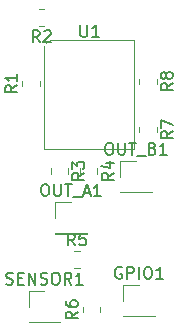
<source format=gbr>
%TF.GenerationSoftware,KiCad,Pcbnew,8.0.1*%
%TF.CreationDate,2024-04-11T09:01:25+02:00*%
%TF.ProjectId,ConditionneurV2,436f6e64-6974-4696-9f6e-6e6575725632,rev?*%
%TF.SameCoordinates,Original*%
%TF.FileFunction,Legend,Top*%
%TF.FilePolarity,Positive*%
%FSLAX46Y46*%
G04 Gerber Fmt 4.6, Leading zero omitted, Abs format (unit mm)*
G04 Created by KiCad (PCBNEW 8.0.1) date 2024-04-11 09:01:25*
%MOMM*%
%LPD*%
G01*
G04 APERTURE LIST*
%ADD10C,0.150000*%
%ADD11C,0.120000*%
%ADD12C,0.200000*%
G04 APERTURE END LIST*
D10*
X117214285Y-69124819D02*
X117404761Y-69124819D01*
X117404761Y-69124819D02*
X117499999Y-69172438D01*
X117499999Y-69172438D02*
X117595237Y-69267676D01*
X117595237Y-69267676D02*
X117642856Y-69458152D01*
X117642856Y-69458152D02*
X117642856Y-69791485D01*
X117642856Y-69791485D02*
X117595237Y-69981961D01*
X117595237Y-69981961D02*
X117499999Y-70077200D01*
X117499999Y-70077200D02*
X117404761Y-70124819D01*
X117404761Y-70124819D02*
X117214285Y-70124819D01*
X117214285Y-70124819D02*
X117119047Y-70077200D01*
X117119047Y-70077200D02*
X117023809Y-69981961D01*
X117023809Y-69981961D02*
X116976190Y-69791485D01*
X116976190Y-69791485D02*
X116976190Y-69458152D01*
X116976190Y-69458152D02*
X117023809Y-69267676D01*
X117023809Y-69267676D02*
X117119047Y-69172438D01*
X117119047Y-69172438D02*
X117214285Y-69124819D01*
X118071428Y-69124819D02*
X118071428Y-69934342D01*
X118071428Y-69934342D02*
X118119047Y-70029580D01*
X118119047Y-70029580D02*
X118166666Y-70077200D01*
X118166666Y-70077200D02*
X118261904Y-70124819D01*
X118261904Y-70124819D02*
X118452380Y-70124819D01*
X118452380Y-70124819D02*
X118547618Y-70077200D01*
X118547618Y-70077200D02*
X118595237Y-70029580D01*
X118595237Y-70029580D02*
X118642856Y-69934342D01*
X118642856Y-69934342D02*
X118642856Y-69124819D01*
X118976190Y-69124819D02*
X119547618Y-69124819D01*
X119261904Y-70124819D02*
X119261904Y-69124819D01*
X119642857Y-70220057D02*
X120404761Y-70220057D01*
X120595238Y-69839104D02*
X121071428Y-69839104D01*
X120500000Y-70124819D02*
X120833333Y-69124819D01*
X120833333Y-69124819D02*
X121166666Y-70124819D01*
X122023809Y-70124819D02*
X121452381Y-70124819D01*
X121738095Y-70124819D02*
X121738095Y-69124819D01*
X121738095Y-69124819D02*
X121642857Y-69267676D01*
X121642857Y-69267676D02*
X121547619Y-69362914D01*
X121547619Y-69362914D02*
X121452381Y-69410533D01*
X120287213Y-55659811D02*
X120287213Y-56469334D01*
X120287213Y-56469334D02*
X120334832Y-56564572D01*
X120334832Y-56564572D02*
X120382451Y-56612192D01*
X120382451Y-56612192D02*
X120477689Y-56659811D01*
X120477689Y-56659811D02*
X120668165Y-56659811D01*
X120668165Y-56659811D02*
X120763403Y-56612192D01*
X120763403Y-56612192D02*
X120811022Y-56564572D01*
X120811022Y-56564572D02*
X120858641Y-56469334D01*
X120858641Y-56469334D02*
X120858641Y-55659811D01*
X121858641Y-56659811D02*
X121287213Y-56659811D01*
X121572927Y-56659811D02*
X121572927Y-55659811D01*
X121572927Y-55659811D02*
X121477689Y-55802668D01*
X121477689Y-55802668D02*
X121382451Y-55897906D01*
X121382451Y-55897906D02*
X121287213Y-55945525D01*
X123104819Y-68166666D02*
X122628628Y-68499999D01*
X123104819Y-68738094D02*
X122104819Y-68738094D01*
X122104819Y-68738094D02*
X122104819Y-68357142D01*
X122104819Y-68357142D02*
X122152438Y-68261904D01*
X122152438Y-68261904D02*
X122200057Y-68214285D01*
X122200057Y-68214285D02*
X122295295Y-68166666D01*
X122295295Y-68166666D02*
X122438152Y-68166666D01*
X122438152Y-68166666D02*
X122533390Y-68214285D01*
X122533390Y-68214285D02*
X122581009Y-68261904D01*
X122581009Y-68261904D02*
X122628628Y-68357142D01*
X122628628Y-68357142D02*
X122628628Y-68738094D01*
X122438152Y-67309523D02*
X123104819Y-67309523D01*
X122057200Y-67547618D02*
X122771485Y-67785713D01*
X122771485Y-67785713D02*
X122771485Y-67166666D01*
X114917974Y-60762075D02*
X114441783Y-61095408D01*
X114917974Y-61333503D02*
X113917974Y-61333503D01*
X113917974Y-61333503D02*
X113917974Y-60952551D01*
X113917974Y-60952551D02*
X113965593Y-60857313D01*
X113965593Y-60857313D02*
X114013212Y-60809694D01*
X114013212Y-60809694D02*
X114108450Y-60762075D01*
X114108450Y-60762075D02*
X114251307Y-60762075D01*
X114251307Y-60762075D02*
X114346545Y-60809694D01*
X114346545Y-60809694D02*
X114394164Y-60857313D01*
X114394164Y-60857313D02*
X114441783Y-60952551D01*
X114441783Y-60952551D02*
X114441783Y-61333503D01*
X114917974Y-59809694D02*
X114917974Y-60381122D01*
X114917974Y-60095408D02*
X113917974Y-60095408D01*
X113917974Y-60095408D02*
X114060831Y-60190646D01*
X114060831Y-60190646D02*
X114156069Y-60285884D01*
X114156069Y-60285884D02*
X114203688Y-60381122D01*
X122642857Y-65624819D02*
X122833333Y-65624819D01*
X122833333Y-65624819D02*
X122928571Y-65672438D01*
X122928571Y-65672438D02*
X123023809Y-65767676D01*
X123023809Y-65767676D02*
X123071428Y-65958152D01*
X123071428Y-65958152D02*
X123071428Y-66291485D01*
X123071428Y-66291485D02*
X123023809Y-66481961D01*
X123023809Y-66481961D02*
X122928571Y-66577200D01*
X122928571Y-66577200D02*
X122833333Y-66624819D01*
X122833333Y-66624819D02*
X122642857Y-66624819D01*
X122642857Y-66624819D02*
X122547619Y-66577200D01*
X122547619Y-66577200D02*
X122452381Y-66481961D01*
X122452381Y-66481961D02*
X122404762Y-66291485D01*
X122404762Y-66291485D02*
X122404762Y-65958152D01*
X122404762Y-65958152D02*
X122452381Y-65767676D01*
X122452381Y-65767676D02*
X122547619Y-65672438D01*
X122547619Y-65672438D02*
X122642857Y-65624819D01*
X123500000Y-65624819D02*
X123500000Y-66434342D01*
X123500000Y-66434342D02*
X123547619Y-66529580D01*
X123547619Y-66529580D02*
X123595238Y-66577200D01*
X123595238Y-66577200D02*
X123690476Y-66624819D01*
X123690476Y-66624819D02*
X123880952Y-66624819D01*
X123880952Y-66624819D02*
X123976190Y-66577200D01*
X123976190Y-66577200D02*
X124023809Y-66529580D01*
X124023809Y-66529580D02*
X124071428Y-66434342D01*
X124071428Y-66434342D02*
X124071428Y-65624819D01*
X124404762Y-65624819D02*
X124976190Y-65624819D01*
X124690476Y-66624819D02*
X124690476Y-65624819D01*
X125071429Y-66720057D02*
X125833333Y-66720057D01*
X126404762Y-66101009D02*
X126547619Y-66148628D01*
X126547619Y-66148628D02*
X126595238Y-66196247D01*
X126595238Y-66196247D02*
X126642857Y-66291485D01*
X126642857Y-66291485D02*
X126642857Y-66434342D01*
X126642857Y-66434342D02*
X126595238Y-66529580D01*
X126595238Y-66529580D02*
X126547619Y-66577200D01*
X126547619Y-66577200D02*
X126452381Y-66624819D01*
X126452381Y-66624819D02*
X126071429Y-66624819D01*
X126071429Y-66624819D02*
X126071429Y-65624819D01*
X126071429Y-65624819D02*
X126404762Y-65624819D01*
X126404762Y-65624819D02*
X126500000Y-65672438D01*
X126500000Y-65672438D02*
X126547619Y-65720057D01*
X126547619Y-65720057D02*
X126595238Y-65815295D01*
X126595238Y-65815295D02*
X126595238Y-65910533D01*
X126595238Y-65910533D02*
X126547619Y-66005771D01*
X126547619Y-66005771D02*
X126500000Y-66053390D01*
X126500000Y-66053390D02*
X126404762Y-66101009D01*
X126404762Y-66101009D02*
X126071429Y-66101009D01*
X127595238Y-66624819D02*
X127023810Y-66624819D01*
X127309524Y-66624819D02*
X127309524Y-65624819D01*
X127309524Y-65624819D02*
X127214286Y-65767676D01*
X127214286Y-65767676D02*
X127119048Y-65862914D01*
X127119048Y-65862914D02*
X127023810Y-65910533D01*
X119833333Y-74304819D02*
X119500000Y-73828628D01*
X119261905Y-74304819D02*
X119261905Y-73304819D01*
X119261905Y-73304819D02*
X119642857Y-73304819D01*
X119642857Y-73304819D02*
X119738095Y-73352438D01*
X119738095Y-73352438D02*
X119785714Y-73400057D01*
X119785714Y-73400057D02*
X119833333Y-73495295D01*
X119833333Y-73495295D02*
X119833333Y-73638152D01*
X119833333Y-73638152D02*
X119785714Y-73733390D01*
X119785714Y-73733390D02*
X119738095Y-73781009D01*
X119738095Y-73781009D02*
X119642857Y-73828628D01*
X119642857Y-73828628D02*
X119261905Y-73828628D01*
X120738095Y-73304819D02*
X120261905Y-73304819D01*
X120261905Y-73304819D02*
X120214286Y-73781009D01*
X120214286Y-73781009D02*
X120261905Y-73733390D01*
X120261905Y-73733390D02*
X120357143Y-73685771D01*
X120357143Y-73685771D02*
X120595238Y-73685771D01*
X120595238Y-73685771D02*
X120690476Y-73733390D01*
X120690476Y-73733390D02*
X120738095Y-73781009D01*
X120738095Y-73781009D02*
X120785714Y-73876247D01*
X120785714Y-73876247D02*
X120785714Y-74114342D01*
X120785714Y-74114342D02*
X120738095Y-74209580D01*
X120738095Y-74209580D02*
X120690476Y-74257200D01*
X120690476Y-74257200D02*
X120595238Y-74304819D01*
X120595238Y-74304819D02*
X120357143Y-74304819D01*
X120357143Y-74304819D02*
X120261905Y-74257200D01*
X120261905Y-74257200D02*
X120214286Y-74209580D01*
X128104819Y-64666666D02*
X127628628Y-64999999D01*
X128104819Y-65238094D02*
X127104819Y-65238094D01*
X127104819Y-65238094D02*
X127104819Y-64857142D01*
X127104819Y-64857142D02*
X127152438Y-64761904D01*
X127152438Y-64761904D02*
X127200057Y-64714285D01*
X127200057Y-64714285D02*
X127295295Y-64666666D01*
X127295295Y-64666666D02*
X127438152Y-64666666D01*
X127438152Y-64666666D02*
X127533390Y-64714285D01*
X127533390Y-64714285D02*
X127581009Y-64761904D01*
X127581009Y-64761904D02*
X127628628Y-64857142D01*
X127628628Y-64857142D02*
X127628628Y-65238094D01*
X127104819Y-64333332D02*
X127104819Y-63666666D01*
X127104819Y-63666666D02*
X128104819Y-64095237D01*
X123773809Y-76172438D02*
X123678571Y-76124819D01*
X123678571Y-76124819D02*
X123535714Y-76124819D01*
X123535714Y-76124819D02*
X123392857Y-76172438D01*
X123392857Y-76172438D02*
X123297619Y-76267676D01*
X123297619Y-76267676D02*
X123250000Y-76362914D01*
X123250000Y-76362914D02*
X123202381Y-76553390D01*
X123202381Y-76553390D02*
X123202381Y-76696247D01*
X123202381Y-76696247D02*
X123250000Y-76886723D01*
X123250000Y-76886723D02*
X123297619Y-76981961D01*
X123297619Y-76981961D02*
X123392857Y-77077200D01*
X123392857Y-77077200D02*
X123535714Y-77124819D01*
X123535714Y-77124819D02*
X123630952Y-77124819D01*
X123630952Y-77124819D02*
X123773809Y-77077200D01*
X123773809Y-77077200D02*
X123821428Y-77029580D01*
X123821428Y-77029580D02*
X123821428Y-76696247D01*
X123821428Y-76696247D02*
X123630952Y-76696247D01*
X124250000Y-77124819D02*
X124250000Y-76124819D01*
X124250000Y-76124819D02*
X124630952Y-76124819D01*
X124630952Y-76124819D02*
X124726190Y-76172438D01*
X124726190Y-76172438D02*
X124773809Y-76220057D01*
X124773809Y-76220057D02*
X124821428Y-76315295D01*
X124821428Y-76315295D02*
X124821428Y-76458152D01*
X124821428Y-76458152D02*
X124773809Y-76553390D01*
X124773809Y-76553390D02*
X124726190Y-76601009D01*
X124726190Y-76601009D02*
X124630952Y-76648628D01*
X124630952Y-76648628D02*
X124250000Y-76648628D01*
X125250000Y-77124819D02*
X125250000Y-76124819D01*
X125916666Y-76124819D02*
X126107142Y-76124819D01*
X126107142Y-76124819D02*
X126202380Y-76172438D01*
X126202380Y-76172438D02*
X126297618Y-76267676D01*
X126297618Y-76267676D02*
X126345237Y-76458152D01*
X126345237Y-76458152D02*
X126345237Y-76791485D01*
X126345237Y-76791485D02*
X126297618Y-76981961D01*
X126297618Y-76981961D02*
X126202380Y-77077200D01*
X126202380Y-77077200D02*
X126107142Y-77124819D01*
X126107142Y-77124819D02*
X125916666Y-77124819D01*
X125916666Y-77124819D02*
X125821428Y-77077200D01*
X125821428Y-77077200D02*
X125726190Y-76981961D01*
X125726190Y-76981961D02*
X125678571Y-76791485D01*
X125678571Y-76791485D02*
X125678571Y-76458152D01*
X125678571Y-76458152D02*
X125726190Y-76267676D01*
X125726190Y-76267676D02*
X125821428Y-76172438D01*
X125821428Y-76172438D02*
X125916666Y-76124819D01*
X127297618Y-77124819D02*
X126726190Y-77124819D01*
X127011904Y-77124819D02*
X127011904Y-76124819D01*
X127011904Y-76124819D02*
X126916666Y-76267676D01*
X126916666Y-76267676D02*
X126821428Y-76362914D01*
X126821428Y-76362914D02*
X126726190Y-76410533D01*
X120604819Y-68166666D02*
X120128628Y-68499999D01*
X120604819Y-68738094D02*
X119604819Y-68738094D01*
X119604819Y-68738094D02*
X119604819Y-68357142D01*
X119604819Y-68357142D02*
X119652438Y-68261904D01*
X119652438Y-68261904D02*
X119700057Y-68214285D01*
X119700057Y-68214285D02*
X119795295Y-68166666D01*
X119795295Y-68166666D02*
X119938152Y-68166666D01*
X119938152Y-68166666D02*
X120033390Y-68214285D01*
X120033390Y-68214285D02*
X120081009Y-68261904D01*
X120081009Y-68261904D02*
X120128628Y-68357142D01*
X120128628Y-68357142D02*
X120128628Y-68738094D01*
X119604819Y-67833332D02*
X119604819Y-67214285D01*
X119604819Y-67214285D02*
X119985771Y-67547618D01*
X119985771Y-67547618D02*
X119985771Y-67404761D01*
X119985771Y-67404761D02*
X120033390Y-67309523D01*
X120033390Y-67309523D02*
X120081009Y-67261904D01*
X120081009Y-67261904D02*
X120176247Y-67214285D01*
X120176247Y-67214285D02*
X120414342Y-67214285D01*
X120414342Y-67214285D02*
X120509580Y-67261904D01*
X120509580Y-67261904D02*
X120557200Y-67309523D01*
X120557200Y-67309523D02*
X120604819Y-67404761D01*
X120604819Y-67404761D02*
X120604819Y-67690475D01*
X120604819Y-67690475D02*
X120557200Y-67785713D01*
X120557200Y-67785713D02*
X120509580Y-67833332D01*
X114011905Y-77577200D02*
X114154762Y-77624819D01*
X114154762Y-77624819D02*
X114392857Y-77624819D01*
X114392857Y-77624819D02*
X114488095Y-77577200D01*
X114488095Y-77577200D02*
X114535714Y-77529580D01*
X114535714Y-77529580D02*
X114583333Y-77434342D01*
X114583333Y-77434342D02*
X114583333Y-77339104D01*
X114583333Y-77339104D02*
X114535714Y-77243866D01*
X114535714Y-77243866D02*
X114488095Y-77196247D01*
X114488095Y-77196247D02*
X114392857Y-77148628D01*
X114392857Y-77148628D02*
X114202381Y-77101009D01*
X114202381Y-77101009D02*
X114107143Y-77053390D01*
X114107143Y-77053390D02*
X114059524Y-77005771D01*
X114059524Y-77005771D02*
X114011905Y-76910533D01*
X114011905Y-76910533D02*
X114011905Y-76815295D01*
X114011905Y-76815295D02*
X114059524Y-76720057D01*
X114059524Y-76720057D02*
X114107143Y-76672438D01*
X114107143Y-76672438D02*
X114202381Y-76624819D01*
X114202381Y-76624819D02*
X114440476Y-76624819D01*
X114440476Y-76624819D02*
X114583333Y-76672438D01*
X115011905Y-77101009D02*
X115345238Y-77101009D01*
X115488095Y-77624819D02*
X115011905Y-77624819D01*
X115011905Y-77624819D02*
X115011905Y-76624819D01*
X115011905Y-76624819D02*
X115488095Y-76624819D01*
X115916667Y-77624819D02*
X115916667Y-76624819D01*
X115916667Y-76624819D02*
X116488095Y-77624819D01*
X116488095Y-77624819D02*
X116488095Y-76624819D01*
X116916667Y-77577200D02*
X117059524Y-77624819D01*
X117059524Y-77624819D02*
X117297619Y-77624819D01*
X117297619Y-77624819D02*
X117392857Y-77577200D01*
X117392857Y-77577200D02*
X117440476Y-77529580D01*
X117440476Y-77529580D02*
X117488095Y-77434342D01*
X117488095Y-77434342D02*
X117488095Y-77339104D01*
X117488095Y-77339104D02*
X117440476Y-77243866D01*
X117440476Y-77243866D02*
X117392857Y-77196247D01*
X117392857Y-77196247D02*
X117297619Y-77148628D01*
X117297619Y-77148628D02*
X117107143Y-77101009D01*
X117107143Y-77101009D02*
X117011905Y-77053390D01*
X117011905Y-77053390D02*
X116964286Y-77005771D01*
X116964286Y-77005771D02*
X116916667Y-76910533D01*
X116916667Y-76910533D02*
X116916667Y-76815295D01*
X116916667Y-76815295D02*
X116964286Y-76720057D01*
X116964286Y-76720057D02*
X117011905Y-76672438D01*
X117011905Y-76672438D02*
X117107143Y-76624819D01*
X117107143Y-76624819D02*
X117345238Y-76624819D01*
X117345238Y-76624819D02*
X117488095Y-76672438D01*
X118107143Y-76624819D02*
X118297619Y-76624819D01*
X118297619Y-76624819D02*
X118392857Y-76672438D01*
X118392857Y-76672438D02*
X118488095Y-76767676D01*
X118488095Y-76767676D02*
X118535714Y-76958152D01*
X118535714Y-76958152D02*
X118535714Y-77291485D01*
X118535714Y-77291485D02*
X118488095Y-77481961D01*
X118488095Y-77481961D02*
X118392857Y-77577200D01*
X118392857Y-77577200D02*
X118297619Y-77624819D01*
X118297619Y-77624819D02*
X118107143Y-77624819D01*
X118107143Y-77624819D02*
X118011905Y-77577200D01*
X118011905Y-77577200D02*
X117916667Y-77481961D01*
X117916667Y-77481961D02*
X117869048Y-77291485D01*
X117869048Y-77291485D02*
X117869048Y-76958152D01*
X117869048Y-76958152D02*
X117916667Y-76767676D01*
X117916667Y-76767676D02*
X118011905Y-76672438D01*
X118011905Y-76672438D02*
X118107143Y-76624819D01*
X119535714Y-77624819D02*
X119202381Y-77148628D01*
X118964286Y-77624819D02*
X118964286Y-76624819D01*
X118964286Y-76624819D02*
X119345238Y-76624819D01*
X119345238Y-76624819D02*
X119440476Y-76672438D01*
X119440476Y-76672438D02*
X119488095Y-76720057D01*
X119488095Y-76720057D02*
X119535714Y-76815295D01*
X119535714Y-76815295D02*
X119535714Y-76958152D01*
X119535714Y-76958152D02*
X119488095Y-77053390D01*
X119488095Y-77053390D02*
X119440476Y-77101009D01*
X119440476Y-77101009D02*
X119345238Y-77148628D01*
X119345238Y-77148628D02*
X118964286Y-77148628D01*
X120488095Y-77624819D02*
X119916667Y-77624819D01*
X120202381Y-77624819D02*
X120202381Y-76624819D01*
X120202381Y-76624819D02*
X120107143Y-76767676D01*
X120107143Y-76767676D02*
X120011905Y-76862914D01*
X120011905Y-76862914D02*
X119916667Y-76910533D01*
X120054819Y-79916666D02*
X119578628Y-80249999D01*
X120054819Y-80488094D02*
X119054819Y-80488094D01*
X119054819Y-80488094D02*
X119054819Y-80107142D01*
X119054819Y-80107142D02*
X119102438Y-80011904D01*
X119102438Y-80011904D02*
X119150057Y-79964285D01*
X119150057Y-79964285D02*
X119245295Y-79916666D01*
X119245295Y-79916666D02*
X119388152Y-79916666D01*
X119388152Y-79916666D02*
X119483390Y-79964285D01*
X119483390Y-79964285D02*
X119531009Y-80011904D01*
X119531009Y-80011904D02*
X119578628Y-80107142D01*
X119578628Y-80107142D02*
X119578628Y-80488094D01*
X119054819Y-79059523D02*
X119054819Y-79249999D01*
X119054819Y-79249999D02*
X119102438Y-79345237D01*
X119102438Y-79345237D02*
X119150057Y-79392856D01*
X119150057Y-79392856D02*
X119292914Y-79488094D01*
X119292914Y-79488094D02*
X119483390Y-79535713D01*
X119483390Y-79535713D02*
X119864342Y-79535713D01*
X119864342Y-79535713D02*
X119959580Y-79488094D01*
X119959580Y-79488094D02*
X120007200Y-79440475D01*
X120007200Y-79440475D02*
X120054819Y-79345237D01*
X120054819Y-79345237D02*
X120054819Y-79154761D01*
X120054819Y-79154761D02*
X120007200Y-79059523D01*
X120007200Y-79059523D02*
X119959580Y-79011904D01*
X119959580Y-79011904D02*
X119864342Y-78964285D01*
X119864342Y-78964285D02*
X119626247Y-78964285D01*
X119626247Y-78964285D02*
X119531009Y-79011904D01*
X119531009Y-79011904D02*
X119483390Y-79059523D01*
X119483390Y-79059523D02*
X119435771Y-79154761D01*
X119435771Y-79154761D02*
X119435771Y-79345237D01*
X119435771Y-79345237D02*
X119483390Y-79440475D01*
X119483390Y-79440475D02*
X119531009Y-79488094D01*
X119531009Y-79488094D02*
X119626247Y-79535713D01*
X116833333Y-57104819D02*
X116500000Y-56628628D01*
X116261905Y-57104819D02*
X116261905Y-56104819D01*
X116261905Y-56104819D02*
X116642857Y-56104819D01*
X116642857Y-56104819D02*
X116738095Y-56152438D01*
X116738095Y-56152438D02*
X116785714Y-56200057D01*
X116785714Y-56200057D02*
X116833333Y-56295295D01*
X116833333Y-56295295D02*
X116833333Y-56438152D01*
X116833333Y-56438152D02*
X116785714Y-56533390D01*
X116785714Y-56533390D02*
X116738095Y-56581009D01*
X116738095Y-56581009D02*
X116642857Y-56628628D01*
X116642857Y-56628628D02*
X116261905Y-56628628D01*
X117214286Y-56200057D02*
X117261905Y-56152438D01*
X117261905Y-56152438D02*
X117357143Y-56104819D01*
X117357143Y-56104819D02*
X117595238Y-56104819D01*
X117595238Y-56104819D02*
X117690476Y-56152438D01*
X117690476Y-56152438D02*
X117738095Y-56200057D01*
X117738095Y-56200057D02*
X117785714Y-56295295D01*
X117785714Y-56295295D02*
X117785714Y-56390533D01*
X117785714Y-56390533D02*
X117738095Y-56533390D01*
X117738095Y-56533390D02*
X117166667Y-57104819D01*
X117166667Y-57104819D02*
X117785714Y-57104819D01*
X128104819Y-60579166D02*
X127628628Y-60912499D01*
X128104819Y-61150594D02*
X127104819Y-61150594D01*
X127104819Y-61150594D02*
X127104819Y-60769642D01*
X127104819Y-60769642D02*
X127152438Y-60674404D01*
X127152438Y-60674404D02*
X127200057Y-60626785D01*
X127200057Y-60626785D02*
X127295295Y-60579166D01*
X127295295Y-60579166D02*
X127438152Y-60579166D01*
X127438152Y-60579166D02*
X127533390Y-60626785D01*
X127533390Y-60626785D02*
X127581009Y-60674404D01*
X127581009Y-60674404D02*
X127628628Y-60769642D01*
X127628628Y-60769642D02*
X127628628Y-61150594D01*
X127533390Y-60007737D02*
X127485771Y-60102975D01*
X127485771Y-60102975D02*
X127438152Y-60150594D01*
X127438152Y-60150594D02*
X127342914Y-60198213D01*
X127342914Y-60198213D02*
X127295295Y-60198213D01*
X127295295Y-60198213D02*
X127200057Y-60150594D01*
X127200057Y-60150594D02*
X127152438Y-60102975D01*
X127152438Y-60102975D02*
X127104819Y-60007737D01*
X127104819Y-60007737D02*
X127104819Y-59817261D01*
X127104819Y-59817261D02*
X127152438Y-59722023D01*
X127152438Y-59722023D02*
X127200057Y-59674404D01*
X127200057Y-59674404D02*
X127295295Y-59626785D01*
X127295295Y-59626785D02*
X127342914Y-59626785D01*
X127342914Y-59626785D02*
X127438152Y-59674404D01*
X127438152Y-59674404D02*
X127485771Y-59722023D01*
X127485771Y-59722023D02*
X127533390Y-59817261D01*
X127533390Y-59817261D02*
X127533390Y-60007737D01*
X127533390Y-60007737D02*
X127581009Y-60102975D01*
X127581009Y-60102975D02*
X127628628Y-60150594D01*
X127628628Y-60150594D02*
X127723866Y-60198213D01*
X127723866Y-60198213D02*
X127914342Y-60198213D01*
X127914342Y-60198213D02*
X128009580Y-60150594D01*
X128009580Y-60150594D02*
X128057200Y-60102975D01*
X128057200Y-60102975D02*
X128104819Y-60007737D01*
X128104819Y-60007737D02*
X128104819Y-59817261D01*
X128104819Y-59817261D02*
X128057200Y-59722023D01*
X128057200Y-59722023D02*
X128009580Y-59674404D01*
X128009580Y-59674404D02*
X127914342Y-59626785D01*
X127914342Y-59626785D02*
X127723866Y-59626785D01*
X127723866Y-59626785D02*
X127628628Y-59674404D01*
X127628628Y-59674404D02*
X127581009Y-59722023D01*
X127581009Y-59722023D02*
X127533390Y-59817261D01*
D11*
%TO.C,OUT_A1*%
X118170000Y-70670000D02*
X119500000Y-70670000D01*
X118170000Y-72000000D02*
X118170000Y-70670000D01*
X118170000Y-73270000D02*
X118170000Y-73330000D01*
X118170000Y-73270000D02*
X120830000Y-73270000D01*
X118170000Y-73330000D02*
X120830000Y-73330000D01*
X120830000Y-73270000D02*
X120830000Y-73330000D01*
%TO.C,U1*%
X117249118Y-57412992D02*
X117249118Y-66112992D01*
X117249118Y-66112992D02*
X124849118Y-66112992D01*
X124849118Y-56912992D02*
X117749118Y-56912992D01*
X124849118Y-66112992D02*
X124849118Y-56912992D01*
D12*
X117512618Y-57112992D02*
G75*
G02*
X117385618Y-57112992I-63500J0D01*
G01*
X117385618Y-57112992D02*
G75*
G02*
X117512618Y-57112992I63500J0D01*
G01*
D11*
%TO.C,R4*%
X121735000Y-67772936D02*
X121735000Y-68227064D01*
X120265000Y-67772936D02*
X120265000Y-68227064D01*
%TO.C,R1*%
X116848155Y-60822473D02*
X116848155Y-60368345D01*
X115378155Y-60822473D02*
X115378155Y-60368345D01*
%TO.C,OUT_B1*%
X126330000Y-69770000D02*
X126330000Y-69830000D01*
X123670000Y-69830000D02*
X126330000Y-69830000D01*
X123670000Y-69770000D02*
X126330000Y-69770000D01*
X123670000Y-69770000D02*
X123670000Y-69830000D01*
X123670000Y-68500000D02*
X123670000Y-67170000D01*
X123670000Y-67170000D02*
X125000000Y-67170000D01*
%TO.C,R5*%
X119772936Y-74765000D02*
X120227064Y-74765000D01*
X119772936Y-76235000D02*
X120227064Y-76235000D01*
%TO.C,R7*%
X126735000Y-64272936D02*
X126735000Y-64727064D01*
X125265000Y-64272936D02*
X125265000Y-64727064D01*
%TO.C,GPIO1*%
X123920000Y-77670000D02*
X125250000Y-77670000D01*
X123920000Y-79000000D02*
X123920000Y-77670000D01*
X123920000Y-80270000D02*
X123920000Y-80330000D01*
X123920000Y-80270000D02*
X126580000Y-80270000D01*
X123920000Y-80330000D02*
X126580000Y-80330000D01*
X126580000Y-80270000D02*
X126580000Y-80330000D01*
%TO.C,R3*%
X119235000Y-67772936D02*
X119235000Y-68227064D01*
X117765000Y-67772936D02*
X117765000Y-68227064D01*
%TO.C,SENSOR1*%
X115920000Y-78170000D02*
X117250000Y-78170000D01*
X115920000Y-79500000D02*
X115920000Y-78170000D01*
X115920000Y-80770000D02*
X115920000Y-80830000D01*
X115920000Y-80770000D02*
X118580000Y-80770000D01*
X115920000Y-80830000D02*
X118580000Y-80830000D01*
X118580000Y-80770000D02*
X118580000Y-80830000D01*
%TO.C,R6*%
X120515000Y-79977064D02*
X120515000Y-79522936D01*
X121985000Y-79977064D02*
X121985000Y-79522936D01*
%TO.C,R2*%
X117227064Y-55735000D02*
X116772936Y-55735000D01*
X117227064Y-54265000D02*
X116772936Y-54265000D01*
%TO.C,R8*%
X126735000Y-60185436D02*
X126735000Y-60639564D01*
X125265000Y-60185436D02*
X125265000Y-60639564D01*
%TD*%
M02*

</source>
